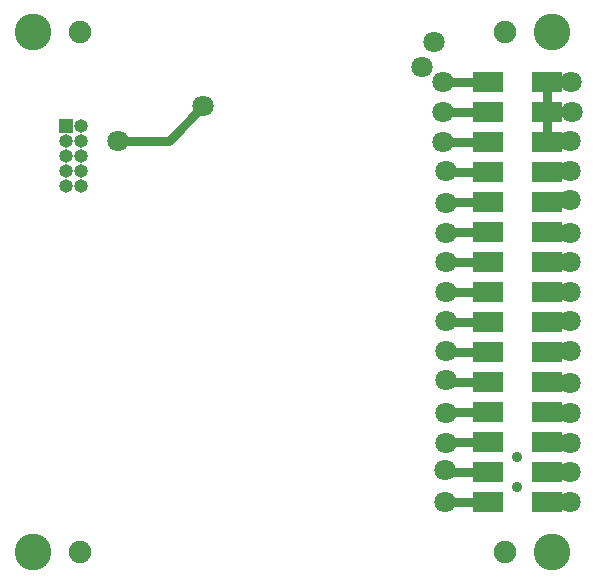
<source format=gbr>
%TF.GenerationSoftware,KiCad,Pcbnew,(5.1.9)-1*%
%TF.CreationDate,2021-02-10T23:03:02-05:00*%
%TF.ProjectId,pmsa003-module,706d7361-3030-4332-9d6d-6f64756c652e,rev?*%
%TF.SameCoordinates,Original*%
%TF.FileFunction,Copper,L2,Bot*%
%TF.FilePolarity,Positive*%
%FSLAX46Y46*%
G04 Gerber Fmt 4.6, Leading zero omitted, Abs format (unit mm)*
G04 Created by KiCad (PCBNEW (5.1.9)-1) date 2021-02-10 23:03:02*
%MOMM*%
%LPD*%
G01*
G04 APERTURE LIST*
%TA.AperFunction,SMDPad,CuDef*%
%ADD10R,2.600000X1.700000*%
%TD*%
%TA.AperFunction,ComponentPad*%
%ADD11C,3.100000*%
%TD*%
%TA.AperFunction,ComponentPad*%
%ADD12C,0.900000*%
%TD*%
%TA.AperFunction,ComponentPad*%
%ADD13C,1.900000*%
%TD*%
%TA.AperFunction,ComponentPad*%
%ADD14O,1.150000X1.150000*%
%TD*%
%TA.AperFunction,ComponentPad*%
%ADD15R,1.150000X1.150000*%
%TD*%
%TA.AperFunction,ViaPad*%
%ADD16C,1.800000*%
%TD*%
%TA.AperFunction,Conductor*%
%ADD17C,0.800000*%
%TD*%
G04 APERTURE END LIST*
D10*
%TO.P,J1,18*%
%TO.N,Net-(J1-Pad18)*%
X58527000Y-44542000D03*
%TO.P,J1,17*%
%TO.N,Net-(J1-Pad17)*%
X63577000Y-44542000D03*
%TO.P,J1,20*%
%TO.N,PMS_RESET*%
X58527000Y-47082000D03*
%TO.P,J1,19*%
%TO.N,Net-(J1-Pad19)*%
X63577000Y-47082000D03*
%TO.P,J1,21*%
%TO.N,Net-(J1-Pad21)*%
X63577000Y-49622000D03*
%TO.P,J1,24*%
%TO.N,Net-(J1-Pad24)*%
X58527000Y-52162000D03*
%TO.P,J1,30*%
%TO.N,Net-(J1-Pad30)*%
X58527000Y-59782000D03*
%TO.P,J1,29*%
%TO.N,Net-(J1-Pad29)*%
X63577000Y-59782000D03*
%TO.P,J1,27*%
%TO.N,Net-(J1-Pad27)*%
X63577000Y-57242000D03*
%TO.P,J1,23*%
%TO.N,Net-(J1-Pad23)*%
X63577000Y-52162000D03*
%TO.P,J1,22*%
%TO.N,Net-(J1-Pad22)*%
X58527000Y-49622000D03*
%TO.P,J1,28*%
%TO.N,+5V*%
X58527000Y-57242000D03*
%TO.P,J1,26*%
%TO.N,Net-(J1-Pad26)*%
X58527000Y-54702000D03*
%TO.P,J1,25*%
%TO.N,Net-(J1-Pad25)*%
X63577000Y-54702000D03*
%TO.P,J1,10*%
%TO.N,Net-(J1-Pad10)*%
X58527000Y-34382000D03*
%TO.P,J1,9*%
%TO.N,Net-(J1-Pad9)*%
X63577000Y-34382000D03*
%TO.P,J1,12*%
%TO.N,+3V3*%
X58527000Y-36922000D03*
%TO.P,J1,11*%
%TO.N,Net-(J1-Pad11)*%
X63577000Y-36922000D03*
%TO.P,J1,13*%
%TO.N,PMS_TX*%
X63577000Y-39462000D03*
%TO.P,J1,16*%
%TO.N,Net-(J1-Pad16)*%
X58527000Y-42002000D03*
%TO.P,J1,15*%
%TO.N,Net-(J1-Pad15)*%
X63577000Y-42002000D03*
%TO.P,J1,14*%
%TO.N,PMS_RX*%
X58527000Y-39462000D03*
%TO.P,J1,6*%
%TO.N,Net-(J1-Pad6)*%
X58527000Y-29302000D03*
%TO.P,J1,5*%
%TO.N,GND*%
X63577000Y-29302000D03*
%TO.P,J1,8*%
%TO.N,Net-(J1-Pad8)*%
X58527000Y-31842000D03*
%TO.P,J1,7*%
%TO.N,PMS_SET*%
X63577000Y-31842000D03*
%TO.P,J1,3*%
%TO.N,GND*%
X63577000Y-26762000D03*
%TO.P,J1,4*%
%TO.N,Net-(J1-Pad4)*%
X58527000Y-26762000D03*
%TO.P,J1,1*%
%TO.N,GND*%
X63577000Y-24222000D03*
%TO.P,J1,2*%
%TO.N,Net-(J1-Pad2)*%
X58527000Y-24222000D03*
%TD*%
D11*
%TO.P,,0*%
%TO.N,N/C*%
X64002000Y-20002000D03*
%TD*%
D12*
%TO.P,,0*%
%TO.N,N/C*%
X61052000Y-55972000D03*
%TD*%
D13*
%TO.P,,0*%
%TO.N,N/C*%
X60002000Y-64002000D03*
%TD*%
D11*
%TO.P,,0*%
%TO.N,N/C*%
X64002000Y-64002000D03*
%TD*%
D13*
%TO.P,,0*%
%TO.N,N/C*%
X60002000Y-20002000D03*
%TD*%
D12*
%TO.P,,0*%
%TO.N,N/C*%
X61052000Y-58512000D03*
%TD*%
D13*
%TO.P,,0*%
%TO.N,N/C*%
X24002000Y-64002000D03*
%TD*%
D11*
%TO.P,,0*%
%TO.N,N/C*%
X20002000Y-64002000D03*
%TD*%
%TO.P,,0*%
%TO.N,N/C*%
X20002000Y-20002000D03*
%TD*%
D13*
%TO.P,,0*%
%TO.N,N/C*%
X24002000Y-20002000D03*
%TD*%
D14*
%TO.P,J2,4*%
%TO.N,GND*%
X24100000Y-29230000D03*
%TO.P,J2,2*%
%TO.N,+5V*%
X24100000Y-27960000D03*
%TO.P,J2,8*%
%TO.N,Net-(J2-Pad8)*%
X24100000Y-31770000D03*
%TO.P,J2,9*%
%TO.N,PMS_TX*%
X22830000Y-33040000D03*
%TO.P,J2,10*%
%TO.N,PMS_SET*%
X24100000Y-33040000D03*
%TO.P,J2,3*%
%TO.N,GND*%
X22830000Y-29230000D03*
%TO.P,J2,6*%
%TO.N,Net-(J2-Pad6)*%
X24100000Y-30500000D03*
%TO.P,J2,7*%
%TO.N,PMS_RX*%
X22830000Y-31770000D03*
D15*
%TO.P,J2,1*%
%TO.N,+5V*%
X22830000Y-27960000D03*
D14*
%TO.P,J2,5*%
%TO.N,PMS_RESET*%
X22830000Y-30500000D03*
%TD*%
D16*
%TO.N,GND*%
X65577000Y-24250000D03*
X65500000Y-29250000D03*
X27250000Y-29250000D03*
X65676964Y-26750000D03*
X34474292Y-26299990D03*
%TO.N,Net-(J1-Pad2)*%
X54750009Y-24250009D03*
%TO.N,Net-(J1-Pad4)*%
X54750000Y-26749986D03*
%TO.N,Net-(J1-Pad8)*%
X55000010Y-31750000D03*
%TO.N,Net-(J1-Pad6)*%
X54763410Y-29331799D03*
%TO.N,Net-(J1-Pad16)*%
X55000000Y-42000000D03*
%TO.N,+3V3*%
X54999998Y-37000000D03*
%TO.N,Net-(J1-Pad11)*%
X65500000Y-37000000D03*
%TO.N,Net-(J1-Pad10)*%
X55000000Y-34499996D03*
%TO.N,Net-(J1-Pad9)*%
X65500000Y-34250000D03*
%TO.N,Net-(J1-Pad25)*%
X65500000Y-54750000D03*
%TO.N,Net-(J1-Pad27)*%
X65500000Y-57250000D03*
%TO.N,Net-(J1-Pad30)*%
X54942473Y-59749996D03*
%TO.N,+5V*%
X54960238Y-57069141D03*
%TO.N,Net-(J1-Pad29)*%
X65500000Y-59750000D03*
%TO.N,Net-(J1-Pad23)*%
X65500000Y-52250000D03*
%TO.N,Net-(J1-Pad19)*%
X65500000Y-47000000D03*
%TO.N,Net-(J1-Pad18)*%
X55000000Y-44500000D03*
%TO.N,PMS_RESET*%
X54983990Y-47000000D03*
%TO.N,PMS_SET*%
X65500000Y-31750000D03*
X53968741Y-20849989D03*
%TO.N,PMS_RX*%
X55000000Y-39500000D03*
%TO.N,PMS_TX*%
X65500000Y-39500000D03*
X52959795Y-22971282D03*
%TO.N,Net-(J1-Pad17)*%
X65500000Y-44500000D03*
%TO.N,Net-(J1-Pad21)*%
X65500000Y-49750000D03*
%TO.N,Net-(J1-Pad15)*%
X65498000Y-42002000D03*
%TO.N,Net-(J1-Pad22)*%
X55000000Y-49500000D03*
%TO.N,Net-(J1-Pad24)*%
X55000000Y-52250000D03*
%TO.N,Net-(J1-Pad26)*%
X55000000Y-54750000D03*
%TD*%
D17*
%TO.N,GND*%
X63605000Y-24250000D02*
X63577000Y-24222000D01*
X65577000Y-24250000D02*
X63605000Y-24250000D01*
X63629000Y-29250000D02*
X63577000Y-29302000D01*
X65500000Y-29250000D02*
X63629000Y-29250000D01*
X63577000Y-24222000D02*
X63577000Y-26762000D01*
X63577000Y-26762000D02*
X63577000Y-29302000D01*
X63577000Y-26762000D02*
X65664964Y-26762000D01*
X65664964Y-26762000D02*
X65676964Y-26750000D01*
X27250000Y-29250000D02*
X31524282Y-29250000D01*
X31524282Y-29250000D02*
X34474292Y-26299990D01*
%TO.N,Net-(J1-Pad2)*%
X54778018Y-24222000D02*
X54750009Y-24250009D01*
X58527000Y-24222000D02*
X54778018Y-24222000D01*
%TO.N,Net-(J1-Pad4)*%
X58527000Y-26762000D02*
X54762014Y-26762000D01*
X54762014Y-26762000D02*
X54750000Y-26749986D01*
%TO.N,Net-(J1-Pad8)*%
X58527000Y-31842000D02*
X55092010Y-31842000D01*
X55092010Y-31842000D02*
X55000010Y-31750000D01*
%TO.N,Net-(J1-Pad6)*%
X58527000Y-29302000D02*
X54793209Y-29302000D01*
X54793209Y-29302000D02*
X54763410Y-29331799D01*
%TO.N,Net-(J1-Pad16)*%
X55002000Y-42002000D02*
X55000000Y-42000000D01*
X58527000Y-42002000D02*
X55002000Y-42002000D01*
%TO.N,+3V3*%
X55077998Y-36922000D02*
X54999998Y-37000000D01*
X58527000Y-36922000D02*
X55077998Y-36922000D01*
%TO.N,Net-(J1-Pad11)*%
X65422000Y-36922000D02*
X65500000Y-37000000D01*
X63577000Y-36922000D02*
X65422000Y-36922000D01*
%TO.N,Net-(J1-Pad10)*%
X55117996Y-34382000D02*
X55000000Y-34499996D01*
X58527000Y-34382000D02*
X55117996Y-34382000D01*
%TO.N,Net-(J1-Pad9)*%
X63709000Y-34250000D02*
X63577000Y-34382000D01*
X65500000Y-34250000D02*
X63709000Y-34250000D01*
%TO.N,Net-(J1-Pad25)*%
X63625000Y-54750000D02*
X63577000Y-54702000D01*
X65500000Y-54750000D02*
X63625000Y-54750000D01*
%TO.N,Net-(J1-Pad27)*%
X65492000Y-57242000D02*
X65500000Y-57250000D01*
X63577000Y-57242000D02*
X65492000Y-57242000D01*
%TO.N,Net-(J1-Pad30)*%
X58527000Y-59782000D02*
X54974477Y-59782000D01*
X54974477Y-59782000D02*
X54942473Y-59749996D01*
%TO.N,+5V*%
X58527000Y-57242000D02*
X55133097Y-57242000D01*
X55133097Y-57242000D02*
X54960238Y-57069141D01*
%TO.N,Net-(J1-Pad29)*%
X65468000Y-59782000D02*
X65500000Y-59750000D01*
X63577000Y-59782000D02*
X65468000Y-59782000D01*
%TO.N,Net-(J1-Pad23)*%
X65412000Y-52162000D02*
X65500000Y-52250000D01*
X63577000Y-52162000D02*
X65412000Y-52162000D01*
%TO.N,Net-(J1-Pad19)*%
X65418000Y-47082000D02*
X65500000Y-47000000D01*
X63577000Y-47082000D02*
X65418000Y-47082000D01*
%TO.N,Net-(J1-Pad18)*%
X55042000Y-44542000D02*
X55000000Y-44500000D01*
X58527000Y-44542000D02*
X55042000Y-44542000D01*
%TO.N,PMS_RESET*%
X55065990Y-47082000D02*
X54983990Y-47000000D01*
X58527000Y-47082000D02*
X55065990Y-47082000D01*
%TO.N,PMS_SET*%
X65408000Y-31842000D02*
X65500000Y-31750000D01*
X63577000Y-31842000D02*
X65408000Y-31842000D01*
%TO.N,PMS_RX*%
X55038000Y-39462000D02*
X55000000Y-39500000D01*
X58527000Y-39462000D02*
X55038000Y-39462000D01*
%TO.N,PMS_TX*%
X63615000Y-39500000D02*
X63577000Y-39462000D01*
X65500000Y-39500000D02*
X63615000Y-39500000D01*
%TO.N,Net-(J1-Pad17)*%
X63619000Y-44500000D02*
X63577000Y-44542000D01*
X65500000Y-44500000D02*
X63619000Y-44500000D01*
%TO.N,Net-(J1-Pad21)*%
X63705000Y-49750000D02*
X63577000Y-49622000D01*
X65500000Y-49750000D02*
X63705000Y-49750000D01*
%TO.N,Net-(J1-Pad15)*%
X63577000Y-42002000D02*
X65498000Y-42002000D01*
%TO.N,Net-(J1-Pad22)*%
X58527000Y-49622000D02*
X55122000Y-49622000D01*
X55122000Y-49622000D02*
X55000000Y-49500000D01*
%TO.N,Net-(J1-Pad24)*%
X58527000Y-52162000D02*
X55088000Y-52162000D01*
X55088000Y-52162000D02*
X55000000Y-52250000D01*
%TO.N,Net-(J1-Pad26)*%
X58527000Y-54702000D02*
X55048000Y-54702000D01*
X55048000Y-54702000D02*
X55000000Y-54750000D01*
%TD*%
M02*

</source>
